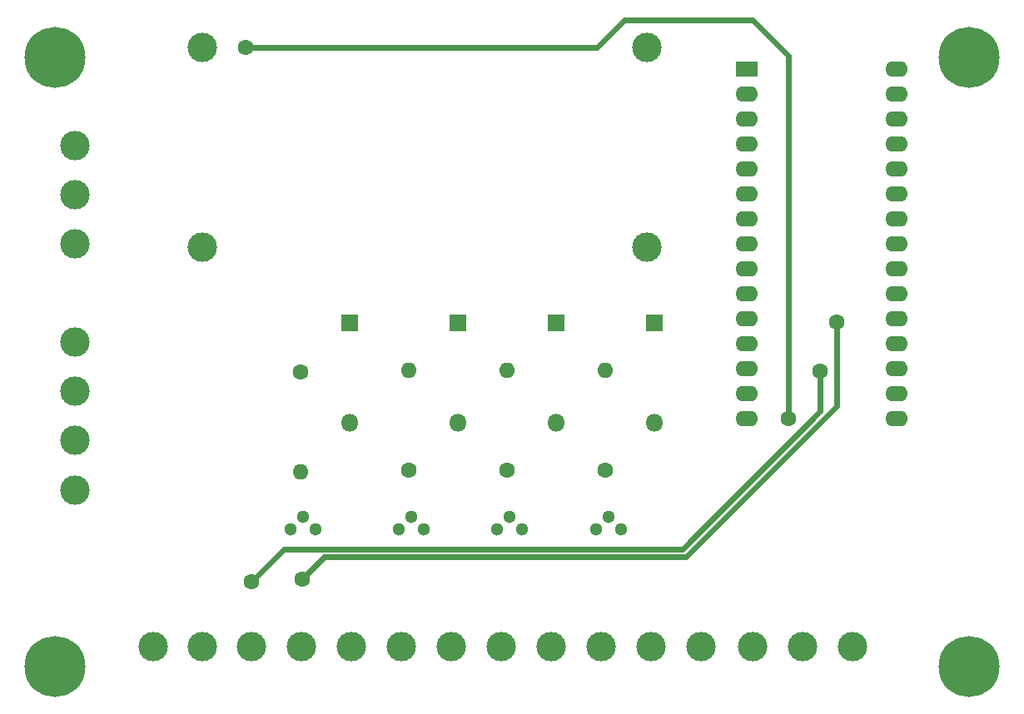
<source format=gbr>
G04 #@! TF.FileFunction,Copper,L1,Top,Signal*
%FSLAX46Y46*%
G04 Gerber Fmt 4.6, Leading zero omitted, Abs format (unit mm)*
G04 Created by KiCad (PCBNEW 4.0.2-stable) date 2/2/2017 11:02:33 PM*
%MOMM*%
G01*
G04 APERTURE LIST*
%ADD10C,0.100000*%
%ADD11C,3.000000*%
%ADD12C,1.300000*%
%ADD13R,2.286000X1.574800*%
%ADD14O,2.286000X1.574800*%
%ADD15R,1.800000X1.800000*%
%ADD16O,1.800000X1.800000*%
%ADD17C,1.600000*%
%ADD18O,1.600000X1.600000*%
%ADD19C,6.197600*%
%ADD20C,0.600000*%
G04 APERTURE END LIST*
D10*
D11*
X169120000Y-117000000D03*
X164040000Y-117000000D03*
X158960000Y-117000000D03*
X153720000Y-117000000D03*
X148640000Y-117000000D03*
X143560000Y-117000000D03*
X138480000Y-117000000D03*
X133400000Y-117000000D03*
X128320000Y-117000000D03*
X123240000Y-117000000D03*
X118160000Y-117000000D03*
X113080000Y-117000000D03*
X98000000Y-117000000D03*
X103000000Y-117000000D03*
X108000000Y-117000000D03*
X90000000Y-101080000D03*
X90000000Y-86000000D03*
X90000000Y-91000000D03*
X90000000Y-96000000D03*
X103000000Y-56000000D03*
X103000000Y-76320000D03*
X148200000Y-56000000D03*
X148200000Y-76320000D03*
X90000000Y-66000000D03*
X90000000Y-71000000D03*
X90000000Y-76000000D03*
D12*
X113270000Y-103730000D03*
X114540000Y-105000000D03*
X112000000Y-105000000D03*
X144270000Y-103730000D03*
X145540000Y-105000000D03*
X143000000Y-105000000D03*
X134270000Y-103730000D03*
X135540000Y-105000000D03*
X133000000Y-105000000D03*
X124270000Y-103730000D03*
X125540000Y-105000000D03*
X123000000Y-105000000D03*
D13*
X158380000Y-58220000D03*
D14*
X158380000Y-60760000D03*
X158380000Y-63300000D03*
X158380000Y-65840000D03*
X158380000Y-68380000D03*
X158380000Y-70920000D03*
X158380000Y-73460000D03*
X158380000Y-76000000D03*
X158380000Y-78540000D03*
X158380000Y-81080000D03*
X158380000Y-83620000D03*
X158380000Y-86160000D03*
X158380000Y-88700000D03*
X158380000Y-91240000D03*
X158380000Y-93780000D03*
X173620000Y-93780000D03*
X173620000Y-91240000D03*
X173620000Y-88700000D03*
X173620000Y-86160000D03*
X173620000Y-83620000D03*
X173620000Y-81080000D03*
X173620000Y-78540000D03*
X173620000Y-76000000D03*
X173620000Y-73460000D03*
X173620000Y-70920000D03*
X173620000Y-68380000D03*
X173620000Y-65840000D03*
X173620000Y-63300000D03*
X173620000Y-60760000D03*
X173620000Y-58220000D03*
D15*
X118000000Y-84000000D03*
D16*
X118000000Y-94160000D03*
D15*
X149000000Y-84000000D03*
D16*
X149000000Y-94160000D03*
D15*
X139000000Y-84000000D03*
D16*
X139000000Y-94160000D03*
D15*
X129000000Y-84000000D03*
D16*
X129000000Y-94160000D03*
D17*
X113000000Y-89000000D03*
D18*
X113000000Y-99160000D03*
D17*
X144000000Y-99000000D03*
D18*
X144000000Y-88840000D03*
D17*
X134000000Y-99000000D03*
D18*
X134000000Y-88840000D03*
D17*
X124000000Y-99000000D03*
D18*
X124000000Y-88840000D03*
D19*
X88000000Y-57000000D03*
X88000000Y-119000000D03*
X181000000Y-119000000D03*
X181000000Y-57000000D03*
D17*
X167530000Y-83970000D03*
X113120000Y-110110000D03*
X165850000Y-88940000D03*
X107990000Y-110340000D03*
X162610000Y-93740000D03*
X107430000Y-56000000D03*
D20*
X167530000Y-92500000D02*
X167530000Y-83970000D01*
X152170000Y-107860000D02*
X167530000Y-92500000D01*
X115370000Y-107860000D02*
X152170000Y-107860000D01*
X113120000Y-110110000D02*
X115370000Y-107860000D01*
X165850000Y-93040000D02*
X165850000Y-88940000D01*
X151850000Y-107040000D02*
X165850000Y-93040000D01*
X111290000Y-107040000D02*
X151850000Y-107040000D01*
X107990000Y-110340000D02*
X111290000Y-107040000D01*
X162610000Y-56880000D02*
X162610000Y-93740000D01*
X158930000Y-53200000D02*
X162610000Y-56880000D01*
X145960000Y-53200000D02*
X158930000Y-53200000D01*
X143160000Y-56000000D02*
X145960000Y-53200000D01*
X107430000Y-56000000D02*
X143160000Y-56000000D01*
M02*

</source>
